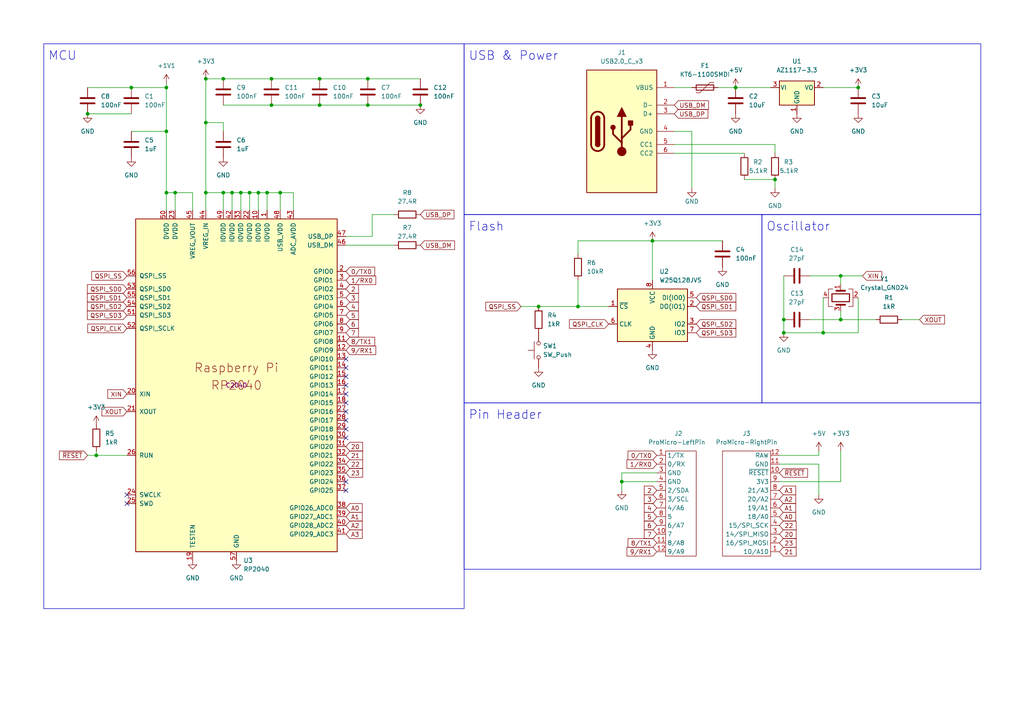
<source format=kicad_sch>
(kicad_sch (version 20231120) (generator "eeschema") (generator_version "8.0")
  (paper "A4")
  (title_block (title "RP-ProMicro") (date "2023-09-17") (rev "2.0.1"))
  (lib_symbols
    (symbol "$74th:ProMicro-LeftPin"
      (property "Reference" "J" (at 0 12.7 0))
      (property "Value" "ProMicro-LeftPin" (at 0 15.24 0))
      (symbol "ProMicro-LeftPin_0_1"
        (rectangle (start -3.81 11.43) (end 5.08 -19.05) (stroke (width 0.1524)))
      )
      (symbol "ProMicro-LeftPin_1_1"
        (pin bidirectional line (at -6.35 10.16 0) (length 2.54) (name "1/TX") (number "1"))
        (pin bidirectional line (at -6.35 -12.7 0) (length 2.54) (name "7") (number "10"))
        (pin bidirectional line (at -6.35 -15.24 0) (length 2.54) (name "8/A8") (number "11"))
        (pin bidirectional line (at -6.35 -17.78 0) (length 2.54) (name "9/A9") (number "12"))
        (pin bidirectional line (at -6.35 7.62 0) (length 2.54) (name "0/RX") (number "2"))
        (pin power_in line (at -6.35 5.08 0) (length 2.54) (name "GND") (number "3"))
        (pin power_in line (at -6.35 2.54 0) (length 2.54) (name "GND") (number "4"))
        (pin bidirectional line (at -6.35 0 0) (length 2.54) (name "2/SDA") (number "5"))
        (pin bidirectional line (at -6.35 -2.54 0) (length 2.54) (name "3/SCL") (number "6"))
        (pin bidirectional line (at -6.35 -5.08 0) (length 2.54) (name "4/A6") (number "7"))
        (pin bidirectional line (at -6.35 -7.62 0) (length 2.54) (name "5") (number "8"))
        (pin bidirectional line (at -6.35 -10.16 0) (length 2.54) (name "6/A7") (number "9"))
      )
    )
    (symbol "$74th:ProMicro-RightPin"
      (property "Reference" "J" (at 0 12.7 0))
      (property "Value" "ProMicro-RightPin" (at 0 15.24 0))
      (symbol "ProMicro-RightPin_0_1"
        (rectangle (start -3.81 11.43) (end 10.16 -19.05) (stroke (width 0.1524)))
      )
      (symbol "ProMicro-RightPin_1_1"
        (pin bidirectional line (at 12.7 -17.78 180) (length 2.54) (name "10/A10") (number "1"))
        (pin input line (at 12.7 5.08 180) (length 2.54) (name "~{RESET}") (number "10"))
        (pin power_in line (at 12.7 7.62 180) (length 2.54) (name "GND") (number "11"))
        (pin power_in line (at 12.7 10.16 180) (length 2.54) (name "RAW") (number "12"))
        (pin bidirectional line (at 12.7 -15.24 180) (length 2.54) (name "16/SPI_MOSI") (number "2"))
        (pin bidirectional line (at 12.7 -12.7 180) (length 2.54) (name "14/SPI_MISO") (number "3"))
        (pin bidirectional line (at 12.7 -10.16 180) (length 2.54) (name "15/SPI_SCK") (number "4"))
        (pin bidirectional line (at 12.7 -7.62 180) (length 2.54) (name "18/A0") (number "5"))
        (pin bidirectional line (at 12.7 -5.08 180) (length 2.54) (name "19/A1") (number "6"))
        (pin bidirectional line (at 12.7 -2.54 180) (length 2.54) (name "20/A2") (number "7"))
        (pin bidirectional line (at 12.7 0 180) (length 2.54) (name "21/A3") (number "8"))
        (pin power_in line (at 12.7 2.54 180) (length 2.54) (name "3V3") (number "9"))
      )
    )
    (symbol "$74th:USB2.0_C_v3" (pin_names (offset 1.016))
      (property "Reference" "J" (at -10.16 19.05 0))
      (property "Value" "USB2.0_C_v3" (at 12.7 19.05 0))
      (symbol "USB2.0_C_v3_0_1"
        (rectangle (start -10.16 17.78) (end 10.16 -17.78) (stroke (width 0.254)) (fill (type background)))
        (arc (start -8.89 -3.81) (mid -6.985 -5.7067) (end -5.08 -3.81) (stroke (width 0.508)))
        (arc (start -7.62 -3.81) (mid -6.985 -4.4423) (end -6.35 -3.81) (stroke (width 0.254)))
        (arc (start -7.62 -3.81) (mid -6.985 -4.4423) (end -6.35 -3.81) (stroke (width 0.254)) (fill (type outline)))
        (rectangle (start -7.62 -3.81) (end -6.35 3.81) (stroke (width 0.254)) (fill (type outline)))
        (arc (start -6.35 3.81) (mid -6.985 4.4423) (end -7.62 3.81) (stroke (width 0.254)))
        (arc (start -6.35 3.81) (mid -6.985 4.4423) (end -7.62 3.81) (stroke (width 0.254)) (fill (type outline)))
        (arc (start -5.08 3.81) (mid -6.985 5.7067) (end -8.89 3.81) (stroke (width 0.508)))
        (circle (center -2.54 1.143) (radius 0.635) (stroke (width 0.254)) (fill (type outline)))
        (circle (center 0 -5.842) (radius 1.27) (fill (type outline)))
        (polyline (pts (xy -8.89 -3.81) (xy -8.89 3.81)) (stroke (width 0.508)))
        (polyline (pts (xy -5.08 3.81) (xy -5.08 -3.81)) (stroke (width 0.508)))
        (polyline (pts (xy 0 -5.842) (xy 0 4.318)) (stroke (width 0.508)))
        (polyline (pts (xy 0 -3.302) (xy -2.54 -0.762) (xy -2.54 0.508)) (stroke (width 0.508)))
        (polyline (pts (xy 0 -2.032) (xy 2.54 0.508) (xy 2.54 1.778)) (stroke (width 0.508)))
        (polyline (pts (xy -1.27 4.318) (xy 0 6.858) (xy 1.27 4.318) (xy -1.27 4.318)) (stroke (width 0.254)) (fill (type outline)))
        (rectangle (start 1.905 1.778) (end 3.175 3.048) (stroke (width 0.254)) (fill (type outline)))
      )
      (symbol "USB2.0_C_v3_1_1"
        (pin power_out line (at 15.24 12.7 180) (length 5.08) (name "VBUS") (number "1"))
        (pin bidirectional line (at 15.24 7.62 180) (length 5.08) (name "D-") (number "2"))
        (pin bidirectional line (at 15.24 5.08 180) (length 5.08) (name "D+") (number "3"))
        (pin power_out line (at 15.24 0 180) (length 5.08) (name "GND") (number "4"))
        (pin bidirectional line (at 15.24 -3.81 180) (length 5.08) (name "CC1") (number "5"))
        (pin bidirectional line (at 15.24 -6.35 180) (length 5.08) (name "CC2") (number "6"))
      )
    )
    (symbol "Device:C" (pin_numbers hide) (pin_names (offset 0.254))
      (property "Reference" "C" (at 0.635 2.54 0))
      (property "Value" "C" (at 0.635 -2.54 0))
      (symbol "C_0_1"
        (polyline (pts (xy -2.032 -0.762) (xy 2.032 -0.762)) (stroke (width 0.508)))
        (polyline (pts (xy -2.032 0.762) (xy 2.032 0.762)) (stroke (width 0.508)))
      )
      (symbol "C_1_1"
        (pin passive line (at 0 3.81 270) (length 2.794) (name "~") (number "1"))
        (pin passive line (at 0 -3.81 90) (length 2.794) (name "~") (number "2"))
      )
    )
    (symbol "Device:Crystal_GND24" (pin_names (offset 1.016) hide)
      (property "Reference" "Y" (at 3.175 5.08 0))
      (property "Value" "Crystal_GND24" (at 3.175 3.175 0))
      (symbol "Crystal_GND24_0_1"
        (rectangle (start -1.143 2.54) (end 1.143 -2.54) (stroke (width 0.3048)))
        (polyline (pts (xy -2.54 0) (xy -2.032 0)))
        (polyline (pts (xy -2.032 -1.27) (xy -2.032 1.27)) (stroke (width 0.508)))
        (polyline (pts (xy 0 -3.81) (xy 0 -3.556)))
        (polyline (pts (xy 0 3.556) (xy 0 3.81)))
        (polyline (pts (xy 2.032 -1.27) (xy 2.032 1.27)) (stroke (width 0.508)))
        (polyline (pts (xy 2.032 0) (xy 2.54 0)))
        (polyline (pts (xy -2.54 -2.286) (xy -2.54 -3.556) (xy 2.54 -3.556) (xy 2.54 -2.286)))
        (polyline (pts (xy -2.54 2.286) (xy -2.54 3.556) (xy 2.54 3.556) (xy 2.54 2.286)))
      )
      (symbol "Crystal_GND24_1_1"
        (pin passive line (at -3.81 0 0) (length 1.27) (name "1") (number "1"))
        (pin passive line (at 0 5.08 270) (length 1.27) (name "2") (number "2"))
        (pin passive line (at 3.81 0 180) (length 1.27) (name "3") (number "3"))
        (pin passive line (at 0 -5.08 90) (length 1.27) (name "4") (number "4"))
      )
    )
    (symbol "Device:Polyfuse" (pin_numbers hide) (pin_names (offset 0))
      (property "Reference" "F" (at -2.54 0 90))
      (property "Value" "Polyfuse" (at 2.54 0 90))
      (symbol "Polyfuse_0_1"
        (rectangle (start -0.762 2.54) (end 0.762 -2.54) (stroke (width 0.254)))
        (polyline (pts (xy 0 2.54) (xy 0 -2.54)))
        (polyline (pts (xy -1.524 2.54) (xy -1.524 1.524) (xy 1.524 -1.524) (xy 1.524 -2.54)))
      )
      (symbol "Polyfuse_1_1"
        (pin passive line (at 0 3.81 270) (length 1.27) (name "~") (number "1"))
        (pin passive line (at 0 -3.81 90) (length 1.27) (name "~") (number "2"))
      )
    )
    (symbol "Device:R" (pin_numbers hide) (pin_names (offset 0))
      (property "Reference" "R" (at 2.032 0 90))
      (property "Value" "R" (at 0 0 90))
      (symbol "R_0_1"
        (rectangle (start -1.016 -2.54) (end 1.016 2.54) (stroke (width 0.254)))
      )
      (symbol "R_1_1"
        (pin passive line (at 0 3.81 270) (length 1.27) (name "~") (number "1"))
        (pin passive line (at 0 -3.81 90) (length 1.27) (name "~") (number "2"))
      )
    )
    (symbol "Memory_Flash:W25Q128JVS"
      (property "Reference" "U" (at -8.89 8.89 0))
      (property "Value" "W25Q128JVS" (at 7.62 8.89 0))
      (symbol "W25Q128JVS_0_1"
        (rectangle (start -10.16 7.62) (end 10.16 -7.62) (stroke (width 0.254)) (fill (type background)))
      )
      (symbol "W25Q128JVS_1_1"
        (pin input line (at -12.7 2.54 0) (length 2.54) (name "~{CS}") (number "1"))
        (pin bidirectional line (at 12.7 2.54 180) (length 2.54) (name "DO(IO1)") (number "2"))
        (pin bidirectional line (at 12.7 -2.54 180) (length 2.54) (name "IO2") (number "3"))
        (pin power_in line (at 0 -10.16 90) (length 2.54) (name "GND") (number "4"))
        (pin bidirectional line (at 12.7 5.08 180) (length 2.54) (name "DI(IO0)") (number "5"))
        (pin input line (at -12.7 -2.54 0) (length 2.54) (name "CLK") (number "6"))
        (pin bidirectional line (at 12.7 -5.08 180) (length 2.54) (name "IO3") (number "7"))
        (pin power_in line (at 0 10.16 270) (length 2.54) (name "VCC") (number "8"))
      )
    )
    (symbol "Regulator_Linear:AZ1117-3.3" (pin_names (offset 0.254))
      (property "Reference" "U" (at -3.81 3.175 0))
      (property "Value" "AZ1117-3.3" (at 0 3.175 0))
      (symbol "AZ1117-3.3_0_1"
        (rectangle (start -5.08 1.905) (end 5.08 -5.08) (stroke (width 0.254)) (fill (type background)))
      )
      (symbol "AZ1117-3.3_1_1"
        (pin power_in line (at 0 -7.62 90) (length 2.54) (name "GND") (number "1"))
        (pin power_out line (at 7.62 0 180) (length 2.54) (name "VO") (number "2"))
        (pin power_in line (at -7.62 0 0) (length 2.54) (name "VI") (number "3"))
      )
    )
    (symbol "Switch:SW_Push" (pin_numbers hide) (pin_names (offset 1.016) hide)
      (property "Reference" "SW" (at 1.27 2.54 0))
      (property "Value" "SW_Push" (at 0 -1.524 0))
      (symbol "SW_Push_0_1"
        (circle (center -2.032 0) (radius 0.508))
        (polyline (pts (xy 0 1.27) (xy 0 3.048)))
        (polyline (pts (xy 2.54 1.27) (xy -2.54 1.27)))
        (circle (center 2.032 0) (radius 0.508))
        (pin passive line (at -5.08 0 0) (length 2.54) (name "1") (number "1"))
        (pin passive line (at 5.08 0 180) (length 2.54) (name "2") (number "2"))
      )
    )
    (symbol "power:+1V1" (power) (pin_names (offset 0))
      (property "Value" "+1V1" (at 0 3.556 0))
      (symbol "+1V1_0_1"
        (polyline (pts (xy -0.762 1.27) (xy 0 2.54)))
        (polyline (pts (xy 0 0) (xy 0 2.54)))
        (polyline (pts (xy 0 2.54) (xy 0.762 1.27)))
      )
      (symbol "+1V1_1_1"
        (pin power_in line (at 0 0 90) (length 0) hide (name "+1V1") (number "1"))
      )
    )
    (symbol "power:+3V3" (power) (pin_names (offset 0))
      (property "Value" "+3V3" (at 0 3.556 0))
      (symbol "+3V3_0_1"
        (polyline (pts (xy -0.762 1.27) (xy 0 2.54)))
        (polyline (pts (xy 0 0) (xy 0 2.54)))
        (polyline (pts (xy 0 2.54) (xy 0.762 1.27)))
      )
      (symbol "+3V3_1_1"
        (pin power_in line (at 0 0 90) (length 0) hide (name "+3V3") (number "1"))
      )
    )
    (symbol "power:+5V" (power) (pin_names (offset 0))
      (property "Value" "+5V" (at 0 3.556 0))
      (symbol "+5V_0_1"
        (polyline (pts (xy -0.762 1.27) (xy 0 2.54)))
        (polyline (pts (xy 0 0) (xy 0 2.54)))
        (polyline (pts (xy 0 2.54) (xy 0.762 1.27)))
      )
      (symbol "+5V_1_1"
        (pin power_in line (at 0 0 90) (length 0) hide (name "+5V") (number "1"))
      )
    )
    (symbol "power:GND" (power) (pin_names (offset 0))
      (property "Value" "GND" (at 0 -3.81 0))
      (symbol "GND_0_1"
        (polyline (pts (xy 0 0) (xy 0 -1.27) (xy 1.27 -1.27) (xy 0 -2.54) (xy -1.27 -1.27) (xy 0 -1.27)))
      )
      (symbol "GND_1_1"
        (pin power_in line (at 0 0 270) (length 0) hide (name "GND") (number "1"))
      )
    )
    (symbol "rp2040-dev-board:RP2040" (pin_names (offset 1.016))
      (property "Reference" "U" (at -29.21 49.53 0))
      (property "Value" "RP2040" (at 24.13 -49.53 0))
      (property "MPN" "C2040" (at 0 0 0))
      (symbol "RP2040_0_0"
        (text "Raspberry Pi" (at 0 5.08 0) (effects (font (size 2.54 2.54))))
        (text "RP2040" (at 0 0 0) (effects (font (size 2.54 2.54))))
      )
      (symbol "RP2040_0_1"
        (rectangle (start 29.21 48.26) (end -29.21 -48.26) (stroke (width 0.254)) (fill (type background)))
      )
      (symbol "RP2040_1_1"
        (pin power_in line (at 8.89 50.8 270) (length 2.54) (name "IOVDD") (number "1"))
        (pin power_in line (at 6.35 50.8 270) (length 2.54) (name "IOVDD") (number "10"))
        (pin bidirectional line (at 31.75 12.7 180) (length 2.54) (name "GPIO8") (number "11"))
        (pin bidirectional line (at 31.75 10.16 180) (length 2.54) (name "GPIO9") (number "12"))
        (pin bidirectional line (at 31.75 7.62 180) (length 2.54) (name "GPIO10") (number "13"))
        (pin bidirectional line (at 31.75 5.08 180) (length 2.54) (name "GPIO11") (number "14"))
        (pin bidirectional line (at 31.75 2.54 180) (length 2.54) (name "GPIO12") (number "15"))
        (pin bidirectional line (at 31.75 0 180) (length 2.54) (name "GPIO13") (number "16"))
        (pin bidirectional line (at 31.75 -2.54 180) (length 2.54) (name "GPIO14") (number "17"))
        (pin bidirectional line (at 31.75 -5.08 180) (length 2.54) (name "GPIO15") (number "18"))
        (pin passive line (at -12.7 -50.8 90) (length 2.54) (name "TESTEN") (number "19"))
        (pin bidirectional line (at 31.75 33.02 180) (length 2.54) (name "GPIO0") (number "2"))
        (pin input line (at -31.75 -2.54 0) (length 2.54) (name "XIN") (number "20"))
        (pin passive line (at -31.75 -7.62 0) (length 2.54) (name "XOUT") (number "21"))
        (pin power_in line (at 3.81 50.8 270) (length 2.54) (name "IOVDD") (number "22"))
        (pin power_in line (at -17.78 50.8 270) (length 2.54) (name "DVDD") (number "23"))
        (pin output line (at -31.75 -31.75 0) (length 2.54) (name "SWCLK") (number "24"))
        (pin bidirectional line (at -31.75 -34.29 0) (length 2.54) (name "SWD") (number "25"))
        (pin input line (at -31.75 -20.32 0) (length 2.54) (name "RUN") (number "26"))
        (pin bidirectional line (at 31.75 -7.62 180) (length 2.54) (name "GPIO16") (number "27"))
        (pin bidirectional line (at 31.75 -10.16 180) (length 2.54) (name "GPIO17") (number "28"))
        (pin bidirectional line (at 31.75 -12.7 180) (length 2.54) (name "GPIO18") (number "29"))
        (pin bidirectional line (at 31.75 30.48 180) (length 2.54) (name "GPIO1") (number "3"))
        (pin bidirectional line (at 31.75 -15.24 180) (length 2.54) (name "GPIO19") (number "30"))
        (pin bidirectional line (at 31.75 -17.78 180) (length 2.54) (name "GPIO20") (number "31"))
        (pin bidirectional line (at 31.75 -20.32 180) (length 2.54) (name "GPIO21") (number "32"))
        (pin power_in line (at 1.27 50.8 270) (length 2.54) (name "IOVDD") (number "33"))
        (pin bidirectional line (at 31.75 -22.86 180) (length 2.54) (name "GPIO22") (number "34"))
        (pin bidirectional line (at 31.75 -25.4 180) (length 2.54) (name "GPIO23") (number "35"))
        (pin bidirectional line (at 31.75 -27.94 180) (length 2.54) (name "GPIO24") (number "36"))
        (pin bidirectional line (at 31.75 -30.48 180) (length 2.54) (name "GPIO25") (number "37"))
        (pin bidirectional line (at 31.75 -35.56 180) (length 2.54) (name "GPIO26_ADC0") (number "38"))
        (pin bidirectional line (at 31.75 -38.1 180) (length 2.54) (name "GPIO27_ADC1") (number "39"))
        (pin bidirectional line (at 31.75 27.94 180) (length 2.54) (name "GPIO2") (number "4"))
        (pin bidirectional line (at 31.75 -40.64 180) (length 2.54) (name "GPIO28_ADC2") (number "40"))
        (pin bidirectional line (at 31.75 -43.18 180) (length 2.54) (name "GPIO29_ADC3") (number "41"))
        (pin power_in line (at -1.27 50.8 270) (length 2.54) (name "IOVDD") (number "42"))
        (pin power_in line (at 16.51 50.8 270) (length 2.54) (name "ADC_AVDD") (number "43"))
        (pin power_in line (at -8.89 50.8 270) (length 2.54) (name "VREG_IN") (number "44"))
        (pin power_out line (at -12.7 50.8 270) (length 2.54) (name "VREG_VOUT") (number "45"))
        (pin bidirectional line (at 31.75 40.64 180) (length 2.54) (name "USB_DM") (number "46"))
        (pin bidirectional line (at 31.75 43.18 180) (length 2.54) (name "USB_DP") (number "47"))
        (pin power_in line (at 12.7 50.8 270) (length 2.54) (name "USB_VDD") (number "48"))
        (pin power_in line (at -3.81 50.8 270) (length 2.54) (name "IOVDD") (number "49"))
        (pin bidirectional line (at 31.75 25.4 180) (length 2.54) (name "GPIO3") (number "5"))
        (pin power_in line (at -20.32 50.8 270) (length 2.54) (name "DVDD") (number "50"))
        (pin bidirectional line (at -31.75 20.32 0) (length 2.54) (name "QSPI_SD3") (number "51"))
        (pin output line (at -31.75 16.51 0) (length 2.54) (name "QSPI_SCLK") (number "52"))
        (pin bidirectional line (at -31.75 27.94 0) (length 2.54) (name "QSPI_SD0") (number "53"))
        (pin bidirectional line (at -31.75 22.86 0) (length 2.54) (name "QSPI_SD2") (number "54"))
        (pin bidirectional line (at -31.75 25.4 0) (length 2.54) (name "QSPI_SD1") (number "55"))
        (pin bidirectional line (at -31.75 31.75 0) (length 2.54) (name "QSPI_SS") (number "56"))
        (pin power_in line (at 0 -50.8 90) (length 2.54) (name "GND") (number "57"))
        (pin bidirectional line (at 31.75 22.86 180) (length 2.54) (name "GPIO4") (number "6"))
        (pin bidirectional line (at 31.75 20.32 180) (length 2.54) (name "GPIO5") (number "7"))
        (pin bidirectional line (at 31.75 17.78 180) (length 2.54) (name "GPIO6") (number "8"))
        (pin bidirectional line (at 31.75 15.24 180) (length 2.54) (name "GPIO7") (number "9"))
      )
    )
  )
  (junction (at 167.64 88.9))
  (junction (at 243.84 80.01))
  (junction (at 48.26 25.4))
  (junction (at 156.21 88.9))
  (junction (at 92.71 30.48))
  (junction (at 121.92 30.48))
  (junction (at 69.85 55.88))
  (junction (at 67.31 55.88))
  (junction (at 189.23 69.85))
  (junction (at 78.74 30.48))
  (junction (at 59.69 35.56))
  (junction (at 64.77 55.88))
  (junction (at 106.68 30.48))
  (junction (at 48.26 38.1))
  (junction (at 77.47 55.88))
  (junction (at 59.69 22.86))
  (junction (at 50.8 55.88))
  (junction (at 48.26 55.88))
  (junction (at 59.69 55.88))
  (junction (at 180.34 139.7))
  (junction (at 92.71 22.86))
  (junction (at 248.92 25.4))
  (junction (at 72.39 55.88))
  (junction (at 78.74 22.86))
  (junction (at 81.28 55.88))
  (junction (at 25.4 33.02))
  (junction (at 227.33 96.52))
  (junction (at 64.77 22.86))
  (junction (at 227.33 92.71))
  (junction (at 106.68 22.86))
  (junction (at 224.79 52.07))
  (junction (at 243.84 92.71))
  (junction (at 74.93 55.88))
  (junction (at 213.36 25.4))
  (junction (at 27.94 132.08))
  (junction (at 38.1 25.4))
  (junction (at 238.76 96.52))
  (no_connect (at 100.33 116.84))
  (no_connect (at 100.33 114.3))
  (no_connect (at 100.33 111.76))
  (no_connect (at 100.33 109.22))
  (no_connect (at 100.33 106.68))
  (no_connect (at 100.33 142.24))
  (no_connect (at 100.33 104.14))
  (no_connect (at 100.33 139.7))
  (no_connect (at 100.33 127))
  (no_connect (at 100.33 124.46))
  (no_connect (at 100.33 121.92))
  (no_connect (at 100.33 119.38))
  (no_connect (at 36.83 146.05))
  (no_connect (at 36.83 143.51))
  (wire (pts (xy 25.4 25.4) (xy 38.1 25.4)))
  (wire (pts (xy 67.31 55.88) (xy 67.31 60.96)))
  (wire (pts (xy 77.47 55.88) (xy 77.47 60.96)))
  (wire (pts (xy 180.34 139.7) (xy 180.34 137.16)))
  (wire (pts (xy 208.28 25.4) (xy 213.36 25.4)))
  (wire (pts (xy 237.49 130.81) (xy 237.49 132.08)))
  (wire (pts (xy 238.76 96.52) (xy 227.33 96.52)))
  (wire (pts (xy 107.95 68.58) (xy 107.95 62.23)))
  (wire (pts (xy 224.79 41.91) (xy 224.79 44.45)))
  (wire (pts (xy 64.77 60.96) (xy 64.77 55.88)))
  (wire (pts (xy 59.69 35.56) (xy 64.77 35.56)))
  (wire (pts (xy 27.94 130.81) (xy 27.94 132.08)))
  (wire (pts (xy 92.71 30.48) (xy 78.74 30.48)))
  (wire (pts (xy 48.26 55.88) (xy 48.26 60.96)))
  (wire (pts (xy 237.49 134.62) (xy 226.06 134.62)))
  (wire (pts (xy 38.1 38.1) (xy 48.26 38.1)))
  (wire (pts (xy 195.58 41.91) (xy 224.79 41.91)))
  (wire (pts (xy 72.39 55.88) (xy 72.39 60.96)))
  (wire (pts (xy 238.76 25.4) (xy 248.92 25.4)))
  (wire (pts (xy 25.4 33.02) (xy 38.1 33.02)))
  (wire (pts (xy 243.84 80.01) (xy 250.19 80.01)))
  (wire (pts (xy 107.95 62.23) (xy 114.3 62.23)))
  (wire (pts (xy 25.4 132.08) (xy 27.94 132.08)))
  (wire (pts (xy 180.34 139.7) (xy 190.5 139.7)))
  (wire (pts (xy 234.95 92.71) (xy 243.84 92.71)))
  (wire (pts (xy 69.85 55.88) (xy 72.39 55.88)))
  (wire (pts (xy 167.64 88.9) (xy 176.53 88.9)))
  (wire (pts (xy 238.76 86.36) (xy 238.76 96.52)))
  (wire (pts (xy 48.26 25.4) (xy 48.26 38.1)))
  (wire (pts (xy 248.92 86.36) (xy 248.92 96.52)))
  (wire (pts (xy 248.92 96.52) (xy 238.76 96.52)))
  (wire (pts (xy 180.34 142.24) (xy 180.34 139.7)))
  (wire (pts (xy 234.95 80.01) (xy 243.84 80.01)))
  (wire (pts (xy 50.8 55.88) (xy 50.8 60.96)))
  (wire (pts (xy 106.68 30.48) (xy 92.71 30.48)))
  (wire (pts (xy 67.31 55.88) (xy 69.85 55.88)))
  (wire (pts (xy 50.8 55.88) (xy 55.88 55.88)))
  (wire (pts (xy 81.28 55.88) (xy 85.09 55.88)))
  (wire (pts (xy 243.84 92.71) (xy 243.84 90.17)))
  (wire (pts (xy 27.94 132.08) (xy 36.83 132.08)))
  (wire (pts (xy 64.77 35.56) (xy 64.77 38.1)))
  (wire (pts (xy 106.68 22.86) (xy 92.71 22.86)))
  (wire (pts (xy 48.26 55.88) (xy 50.8 55.88)))
  (wire (pts (xy 237.49 132.08) (xy 226.06 132.08)))
  (wire (pts (xy 59.69 22.86) (xy 59.69 35.56)))
  (wire (pts (xy 237.49 143.51) (xy 237.49 134.62)))
  (wire (pts (xy 243.84 92.71) (xy 254 92.71)))
  (wire (pts (xy 243.84 82.55) (xy 243.84 80.01)))
  (wire (pts (xy 200.66 38.1) (xy 200.66 54.61)))
  (wire (pts (xy 189.23 69.85) (xy 189.23 81.28)))
  (wire (pts (xy 215.9 52.07) (xy 224.79 52.07)))
  (wire (pts (xy 167.64 69.85) (xy 167.64 73.66)))
  (wire (pts (xy 189.23 69.85) (xy 209.55 69.85)))
  (wire (pts (xy 74.93 55.88) (xy 74.93 60.96)))
  (wire (pts (xy 59.69 35.56) (xy 59.69 55.88)))
  (wire (pts (xy 156.21 88.9) (xy 167.64 88.9)))
  (wire (pts (xy 77.47 55.88) (xy 81.28 55.88)))
  (wire (pts (xy 195.58 38.1) (xy 200.66 38.1)))
  (wire (pts (xy 243.84 130.81) (xy 243.84 139.7)))
  (wire (pts (xy 261.62 92.71) (xy 266.7 92.71)))
  (wire (pts (xy 81.28 55.88) (xy 81.28 60.96)))
  (wire (pts (xy 195.58 44.45) (xy 215.9 44.45)))
  (wire (pts (xy 72.39 55.88) (xy 74.93 55.88)))
  (wire (pts (xy 227.33 92.71) (xy 227.33 96.52)))
  (wire (pts (xy 121.92 30.48) (xy 106.68 30.48)))
  (wire (pts (xy 85.09 60.96) (xy 85.09 55.88)))
  (wire (pts (xy 78.74 22.86) (xy 64.77 22.86)))
  (wire (pts (xy 59.69 55.88) (xy 64.77 55.88)))
  (wire (pts (xy 59.69 22.86) (xy 64.77 22.86)))
  (wire (pts (xy 74.93 55.88) (xy 77.47 55.88)))
  (wire (pts (xy 48.26 38.1) (xy 48.26 55.88)))
  (wire (pts (xy 151.13 88.9) (xy 156.21 88.9)))
  (wire (pts (xy 48.26 24.13) (xy 48.26 25.4)))
  (wire (pts (xy 78.74 30.48) (xy 64.77 30.48)))
  (wire (pts (xy 195.58 25.4) (xy 200.66 25.4)))
  (wire (pts (xy 64.77 55.88) (xy 67.31 55.88)))
  (wire (pts (xy 69.85 55.88) (xy 69.85 60.96)))
  (wire (pts (xy 189.23 69.85) (xy 167.64 69.85)))
  (wire (pts (xy 38.1 25.4) (xy 48.26 25.4)))
  (wire (pts (xy 59.69 55.88) (xy 59.69 60.96)))
  (wire (pts (xy 92.71 22.86) (xy 78.74 22.86)))
  (wire (pts (xy 213.36 25.4) (xy 223.52 25.4)))
  (wire (pts (xy 180.34 137.16) (xy 190.5 137.16)))
  (wire (pts (xy 243.84 139.7) (xy 226.06 139.7)))
  (wire (pts (xy 100.33 71.12) (xy 114.3 71.12)))
  (wire (pts (xy 167.64 81.28) (xy 167.64 88.9)))
  (wire (pts (xy 55.88 55.88) (xy 55.88 60.96)))
  (wire (pts (xy 100.33 68.58) (xy 107.95 68.58)))
  (wire (pts (xy 121.92 22.86) (xy 106.68 22.86)))
  (wire (pts (xy 227.33 80.01) (xy 227.33 92.71)))
  (wire (pts (xy 224.79 52.07) (xy 224.79 54.61)))
  (rectangle (start 12.7 12.7) (end 134.62 176.53))
  (rectangle (start 134.62 62.23) (end 220.98 116.84))
  (rectangle (start 134.62 12.7) (end 284.48 62.23))
  (rectangle (start 220.98 62.23) (end 284.48 116.84))
  (rectangle (start 134.62 116.84) (end 284.48 165.1))
  (text "Pin Header" (at 135.89 121.92 0) (effects (font (size 2.54 2.54)) (justify left bottom)))
  (text "Flash" (at 135.89 67.31 0) (effects (font (size 2.54 2.54)) (justify left bottom)))
  (text "MCU" (at 13.97 17.78 0) (effects (font (size 2.54 2.54)) (justify left bottom)))
  (text "Oscillator" (at 222.25 67.31 0) (effects (font (size 2.54 2.54)) (justify left bottom)))
  (text "USB & Power" (at 135.89 17.78 0) (effects (font (size 2.54 2.54)) (justify left bottom)))
  (global_label "2" (shape input) (at 100.33 83.82 0) (property "Intersheetrefs" "${INTERSHEET_REFS}" (effects (hide yes))) (property "シート間のリファレンス" "${INTERSHEET_REFS}" (effects (hide yes))))
  (global_label "7" (shape input) (at 190.5 154.94 180) (property "Intersheetrefs" "${INTERSHEET_REFS}" (effects (hide yes))) (property "シート間のリファレンス" "${INTERSHEET_REFS}" (effects (hide yes))))
  (global_label "1{slash}RX0" (shape input) (at 190.5 134.62 180) (property "Intersheetrefs" "${INTERSHEET_REFS}" (effects (hide yes))) (property "シート間のリファレンス" "${INTERSHEET_REFS}" (effects (hide yes))))
  (global_label "4" (shape input) (at 100.33 88.9 0) (property "Intersheetrefs" "${INTERSHEET_REFS}" (effects (hide yes))) (property "シート間のリファレンス" "${INTERSHEET_REFS}" (effects (hide yes))))
  (global_label "8{slash}TX1" (shape input) (at 190.5 157.48 180) (property "Intersheetrefs" "${INTERSHEET_REFS}" (effects (hide yes))) (property "シート間のリファレンス" "${INTERSHEET_REFS}" (effects (hide yes))))
  (global_label "9{slash}RX1" (shape input) (at 100.33 101.6 0) (property "Intersheetrefs" "${INTERSHEET_REFS}" (effects (hide yes))) (property "シート間のリファレンス" "${INTERSHEET_REFS}" (effects (hide yes))))
  (global_label "0{slash}TX0" (shape input) (at 190.5 132.08 180) (property "Intersheetrefs" "${INTERSHEET_REFS}" (effects (hide yes))) (property "シート間のリファレンス" "${INTERSHEET_REFS}" (effects (hide yes))))
  (global_label "23" (shape input) (at 226.06 157.48 0) (property "Intersheetrefs" "${INTERSHEET_REFS}" (effects (hide yes))) (property "シート間のリファレンス" "${INTERSHEET_REFS}" (effects (hide yes))))
  (global_label "QSPI_SD0" (shape input) (at 36.83 83.82 180) (property "Intersheetrefs" "${INTERSHEET_REFS}" (effects (hide yes))) (property "シート間のリファレンス" "${INTERSHEET_REFS}" (effects (hide yes))))
  (global_label "XIN" (shape input) (at 250.19 80.01 0) (property "Intersheetrefs" "${INTERSHEET_REFS}" (effects (hide yes))) (property "シート間のリファレンス" "${INTERSHEET_REFS}" (effects (hide yes))))
  (global_label "~{RESET}" (shape input) (at 226.06 137.16 0) (property "Intersheetrefs" "${INTERSHEET_REFS}" (effects (hide yes))) (property "シート間のリファレンス" "${INTERSHEET_REFS}" (effects (hide yes))))
  (global_label "QSPI_SD3" (shape input) (at 201.93 96.52 0) (property "Intersheetrefs" "${INTERSHEET_REFS}" (effects (hide yes))) (property "シート間のリファレンス" "${INTERSHEET_REFS}" (effects (hide yes))))
  (global_label "XOUT" (shape input) (at 36.83 119.38 180) (property "Intersheetrefs" "${INTERSHEET_REFS}" (effects (hide yes))) (property "シート間のリファレンス" "${INTERSHEET_REFS}" (effects (hide yes))))
  (global_label "XOUT" (shape input) (at 266.7 92.71 0) (property "Intersheetrefs" "${INTERSHEET_REFS}" (effects (hide yes))) (property "シート間のリファレンス" "${INTERSHEET_REFS}" (effects (hide yes))))
  (global_label "QSPI_CLK" (shape input) (at 36.83 95.25 180) (property "Intersheetrefs" "${INTERSHEET_REFS}" (effects (hide yes))) (property "シート間のリファレンス" "${INTERSHEET_REFS}" (effects (hide yes))))
  (global_label "A0" (shape input) (at 100.33 147.32 0) (property "Intersheetrefs" "${INTERSHEET_REFS}" (effects (hide yes))) (property "シート間のリファレンス" "${INTERSHEET_REFS}" (effects (hide yes))))
  (global_label "A2" (shape input) (at 226.06 144.78 0) (property "Intersheetrefs" "${INTERSHEET_REFS}" (effects (hide yes))) (property "シート間のリファレンス" "${INTERSHEET_REFS}" (effects (hide yes))))
  (global_label "3" (shape input) (at 100.33 86.36 0) (property "Intersheetrefs" "${INTERSHEET_REFS}" (effects (hide yes))) (property "シート間のリファレンス" "${INTERSHEET_REFS}" (effects (hide yes))))
  (global_label "0{slash}TX0" (shape input) (at 100.33 78.74 0) (property "Intersheetrefs" "${INTERSHEET_REFS}" (effects (hide yes))) (property "シート間のリファレンス" "${INTERSHEET_REFS}" (effects (hide yes))))
  (global_label "21" (shape input) (at 226.06 160.02 0) (property "Intersheetrefs" "${INTERSHEET_REFS}" (effects (hide yes))) (property "シート間のリファレンス" "${INTERSHEET_REFS}" (effects (hide yes))))
  (global_label "A0" (shape input) (at 226.06 149.86 0) (property "Intersheetrefs" "${INTERSHEET_REFS}" (effects (hide yes))) (property "シート間のリファレンス" "${INTERSHEET_REFS}" (effects (hide yes))))
  (global_label "6" (shape input) (at 190.5 152.4 180) (property "Intersheetrefs" "${INTERSHEET_REFS}" (effects (hide yes))) (property "シート間のリファレンス" "${INTERSHEET_REFS}" (effects (hide yes))))
  (global_label "USB_DM" (shape input) (at 121.92 71.12 0) (property "Intersheetrefs" "${INTERSHEET_REFS}" (effects (hide yes))) (property "シート間のリファレンス" "${INTERSHEET_REFS}" (effects (hide yes))))
  (global_label "8{slash}TX1" (shape input) (at 100.33 99.06 0) (property "Intersheetrefs" "${INTERSHEET_REFS}" (effects (hide yes))) (property "シート間のリファレンス" "${INTERSHEET_REFS}" (effects (hide yes))))
  (global_label "QSPI_SD2" (shape input) (at 201.93 93.98 0) (property "Intersheetrefs" "${INTERSHEET_REFS}" (effects (hide yes))) (property "シート間のリファレンス" "${INTERSHEET_REFS}" (effects (hide yes))))
  (global_label "22" (shape input) (at 226.06 152.4 0) (property "Intersheetrefs" "${INTERSHEET_REFS}" (effects (hide yes))) (property "シート間のリファレンス" "${INTERSHEET_REFS}" (effects (hide yes))))
  (global_label "XIN" (shape input) (at 36.83 114.3 180) (property "Intersheetrefs" "${INTERSHEET_REFS}" (effects (hide yes))) (property "シート間のリファレンス" "${INTERSHEET_REFS}" (effects (hide yes))))
  (global_label "20" (shape input) (at 100.33 129.54 0) (property "Intersheetrefs" "${INTERSHEET_REFS}" (effects (hide yes))) (property "シート間のリファレンス" "${INTERSHEET_REFS}" (effects (hide yes))))
  (global_label "QSPI_SD1" (shape input) (at 36.83 86.36 180) (property "Intersheetrefs" "${INTERSHEET_REFS}" (effects (hide yes))) (property "シート間のリファレンス" "${INTERSHEET_REFS}" (effects (hide yes))))
  (global_label "A3" (shape input) (at 226.06 142.24 0) (property "Intersheetrefs" "${INTERSHEET_REFS}" (effects (hide yes))) (property "シート間のリファレンス" "${INTERSHEET_REFS}" (effects (hide yes))))
  (global_label "QSPI_CLK" (shape input) (at 176.53 93.98 180) (property "Intersheetrefs" "${INTERSHEET_REFS}" (effects (hide yes))) (property "シート間のリファレンス" "${INTERSHEET_REFS}" (effects (hide yes))))
  (global_label "4" (shape input) (at 190.5 147.32 180) (property "Intersheetrefs" "${INTERSHEET_REFS}" (effects (hide yes))) (property "シート間のリファレンス" "${INTERSHEET_REFS}" (effects (hide yes))))
  (global_label "A2" (shape input) (at 100.33 152.4 0) (property "Intersheetrefs" "${INTERSHEET_REFS}" (effects (hide yes))) (property "シート間のリファレンス" "${INTERSHEET_REFS}" (effects (hide yes))))
  (global_label "5" (shape input) (at 190.5 149.86 180) (property "Intersheetrefs" "${INTERSHEET_REFS}" (effects (hide yes))) (property "シート間のリファレンス" "${INTERSHEET_REFS}" (effects (hide yes))))
  (global_label "2" (shape input) (at 190.5 142.24 180) (property "Intersheetrefs" "${INTERSHEET_REFS}" (effects (hide yes))) (property "シート間のリファレンス" "${INTERSHEET_REFS}" (effects (hide yes))))
  (global_label "23" (shape input) (at 100.33 137.16 0) (property "Intersheetrefs" "${INTERSHEET_REFS}" (effects (hide yes))) (property "シート間のリファレンス" "${INTERSHEET_REFS}" (effects (hide yes))))
  (global_label "A1" (shape input) (at 226.06 147.32 0) (property "Intersheetrefs" "${INTERSHEET_REFS}" (effects (hide yes))) (property "シート間のリファレンス" "${INTERSHEET_REFS}" (effects (hide yes))))
  (global_label "9{slash}RX1" (shape input) (at 190.5 160.02 180) (property "Intersheetrefs" "${INTERSHEET_REFS}" (effects (hide yes))) (property "シート間のリファレンス" "${INTERSHEET_REFS}" (effects (hide yes))))
  (global_label "~{RESET}" (shape input) (at 25.4 132.08 180) (property "Intersheetrefs" "${INTERSHEET_REFS}" (effects (hide yes))) (property "シート間のリファレンス" "${INTERSHEET_REFS}" (effects (hide yes))))
  (global_label "3" (shape input) (at 190.5 144.78 180) (property "Intersheetrefs" "${INTERSHEET_REFS}" (effects (hide yes))) (property "シート間のリファレンス" "${INTERSHEET_REFS}" (effects (hide yes))))
  (global_label "6" (shape input) (at 100.33 93.98 0) (property "Intersheetrefs" "${INTERSHEET_REFS}" (effects (hide yes))) (property "シート間のリファレンス" "${INTERSHEET_REFS}" (effects (hide yes))))
  (global_label "QSPI_SD2" (shape input) (at 36.83 88.9 180) (property "Intersheetrefs" "${INTERSHEET_REFS}" (effects (hide yes))) (property "シート間のリファレンス" "${INTERSHEET_REFS}" (effects (hide yes))))
  (global_label "USB_DM" (shape input) (at 195.58 30.48 0) (property "Intersheetrefs" "${INTERSHEET_REFS}" (effects (hide yes))) (property "シート間のリファレンス" "${INTERSHEET_REFS}" (effects (hide yes))))
  (global_label "QSPI_SS" (shape input) (at 36.83 80.01 180) (property "Intersheetrefs" "${INTERSHEET_REFS}" (effects (hide yes))) (property "シート間のリファレンス" "${INTERSHEET_REFS}" (effects (hide yes))))
  (global_label "A1" (shape input) (at 100.33 149.86 0) (property "Intersheetrefs" "${INTERSHEET_REFS}" (effects (hide yes))) (property "シート間のリファレンス" "${INTERSHEET_REFS}" (effects (hide yes))))
  (global_label "22" (shape input) (at 100.33 134.62 0) (property "Intersheetrefs" "${INTERSHEET_REFS}" (effects (hide yes))) (property "シート間のリファレンス" "${INTERSHEET_REFS}" (effects (hide yes))))
  (global_label "QSPI_SS" (shape input) (at 151.13 88.9 180) (property "Intersheetrefs" "${INTERSHEET_REFS}" (effects (hide yes))) (property "シート間のリファレンス" "${INTERSHEET_REFS}" (effects (hide yes))))
  (global_label "USB_DP" (shape input) (at 195.58 33.02 0) (property "Intersheetrefs" "${INTERSHEET_REFS}" (effects (hide yes))) (property "シート間のリファレンス" "${INTERSHEET_REFS}" (effects (hide yes))))
  (global_label "QSPI_SD1" (shape input) (at 201.93 88.9 0) (property "Intersheetrefs" "${INTERSHEET_REFS}" (effects (hide yes))) (property "シート間のリファレンス" "${INTERSHEET_REFS}" (effects (hide yes))))
  (global_label "20" (shape input) (at 226.06 154.94 0) (property "Intersheetrefs" "${INTERSHEET_REFS}" (effects (hide yes))) (property "シート間のリファレンス" "${INTERSHEET_REFS}" (effects (hide yes))))
  (global_label "1{slash}RX0" (shape input) (at 100.33 81.28 0) (property "Intersheetrefs" "${INTERSHEET_REFS}" (effects (hide yes))) (property "シート間のリファレンス" "${INTERSHEET_REFS}" (effects (hide yes))))
  (global_label "QSPI_SD0" (shape input) (at 201.93 86.36 0) (property "Intersheetrefs" "${INTERSHEET_REFS}" (effects (hide yes))) (property "シート間のリファレンス" "${INTERSHEET_REFS}" (effects (hide yes))))
  (global_label "A3" (shape input) (at 100.33 154.94 0) (property "Intersheetrefs" "${INTERSHEET_REFS}" (effects (hide yes))) (property "シート間のリファレンス" "${INTERSHEET_REFS}" (effects (hide yes))))
  (global_label "5" (shape input) (at 100.33 91.44 0) (property "Intersheetrefs" "${INTERSHEET_REFS}" (effects (hide yes))) (property "シート間のリファレンス" "${INTERSHEET_REFS}" (effects (hide yes))))
  (global_label "7" (shape input) (at 100.33 96.52 0) (property "Intersheetrefs" "${INTERSHEET_REFS}" (effects (hide yes))) (property "シート間のリファレンス" "${INTERSHEET_REFS}" (effects (hide yes))))
  (global_label "QSPI_SD3" (shape input) (at 36.83 91.44 180) (property "Intersheetrefs" "${INTERSHEET_REFS}" (effects (hide yes))) (property "シート間のリファレンス" "${INTERSHEET_REFS}" (effects (hide yes))))
  (global_label "USB_DP" (shape input) (at 121.92 62.23 0) (property "Intersheetrefs" "${INTERSHEET_REFS}" (effects (hide yes))) (property "シート間のリファレンス" "${INTERSHEET_REFS}" (effects (hide yes))))
  (global_label "21" (shape input) (at 100.33 132.08 0) (property "Intersheetrefs" "${INTERSHEET_REFS}" (effects (hide yes))) (property "シート間のリファレンス" "${INTERSHEET_REFS}" (effects (hide yes))))
  (symbol (lib_id "Device:Crystal_GND24") (at 243.84 86.36 270) (unit 1)
    (property "Reference" "Y1" (at 256.54 80.8988 90))
    (property "Value" "Crystal_GND24" (at 256.54 83.4388 90))
    (property "Footprint" "rp2040-dev-board:Crystal_SMD_3225-4Pin_3.2x2.5mm_HandSoldering" (effects (hide yes)))
  )
  (symbol (lib_id "$74th:ProMicro-LeftPin") (at 196.85 142.24 0) (unit 1)
    (property "Reference" "J2" (at 195.58 125.73 0) (effects (justify left)))
    (property "Value" "ProMicro-LeftPin" (at 187.96 128.27 0) (effects (justify left)))
    (property "Footprint" "$74th:ProMicro_LIKE_LEFT" (effects (hide yes)))
  )
  (symbol (lib_id "Device:Polyfuse") (at 204.47 25.4 90) (unit 1)
    (property "Reference" "F1" (at 204.47 19.05 90))
    (property "Value" "KT6-1100SMDI" (at 204.47 21.59 90))
    (property "Footprint" "$74th:ResettableFuse_KT6-1100SMDI" (effects (hide yes)))
  )
  (symbol (lib_id "power:GND") (at 121.92 30.48 0) (unit 1)
    (property "Reference" "#PWR011" (effects (hide yes)))
    (property "Value" "GND" (at 121.92 35.56 0))
  )
  (symbol (lib_id "power:+3V3") (at 248.92 25.4 0) (unit 1)
    (property "Reference" "#PWR020" (effects (hide yes)))
    (property "Value" "+3V3" (at 248.92 20.32 0))
  )
  (symbol (lib_id "power:GND") (at 38.1 45.72 0) (unit 1)
    (property "Reference" "#PWR03" (effects (hide yes)))
    (property "Value" "GND" (at 38.1 50.8 0))
  )
  (symbol (lib_id "Device:C") (at 213.36 29.21 0) (unit 1)
    (property "Reference" "C2" (at 217.17 27.9399 0) (effects (justify left)))
    (property "Value" "10uF" (at 217.17 30.4799 0) (effects (justify left)))
    (property "Footprint" "rp2040-dev-board:Capacitor_0805_2012" (effects (hide yes)))
  )
  (symbol (lib_id "power:GND") (at 248.92 33.02 0) (unit 1)
    (property "Reference" "#PWR021" (effects (hide yes)))
    (property "Value" "GND" (at 248.92 38.1 0))
  )
  (symbol (lib_id "Memory_Flash:W25Q128JVS") (at 189.23 91.44 0) (unit 1)
    (property "Reference" "U2" (at 191.2494 78.74 0) (effects (justify left)))
    (property "Value" "W25Q128JVS" (at 191.2494 81.28 0) (effects (justify left)))
    (property "Footprint" "$74th:W25Q16-128JV-SOIC" (effects (hide yes)))
    (property "Datasheet" "http://www.winbond.com/resource-files/w25q128jv_dtr%20revc%2003272018%20plus.pdf" (effects (hide yes)))
  )
  (symbol (lib_id "Switch:SW_Push") (at 156.21 101.6 90) (unit 1)
    (property "Reference" "SW1" (at 157.48 100.3299 90) (effects (justify right)))
    (property "Value" "SW_Push" (at 157.48 102.8699 90) (effects (justify right)))
    (property "Footprint" "rp2040-dev-board:SKRPABE010" (effects (hide yes)))
  )
  (symbol (lib_id "power:GND") (at 213.36 33.02 0) (unit 1)
    (property "Reference" "#PWR018" (effects (hide yes)))
    (property "Value" "GND" (at 213.36 38.1 0))
  )
  (symbol (lib_id "Device:R") (at 118.11 62.23 90) (unit 1)
    (property "Reference" "R8" (at 118.11 55.88 90))
    (property "Value" "27.4R" (at 118.11 58.42 90))
    (property "Footprint" "rp2040-dev-board:Register_0805_2012" (effects (hide yes)))
  )
  (symbol (lib_id "Device:R") (at 118.11 71.12 90) (unit 1)
    (property "Reference" "R7" (at 118.11 66.04 90))
    (property "Value" "27.4R" (at 118.11 68.58 90))
    (property "Footprint" "rp2040-dev-board:Register_0805_2012" (effects (hide yes)))
  )
  (symbol (lib_id "power:+5V") (at 213.36 25.4 0) (unit 1)
    (property "Reference" "#PWR09" (effects (hide yes)))
    (property "Value" "+5V" (at 213.36 20.32 0))
  )
  (symbol (lib_id "Device:R") (at 224.79 48.26 0) (unit 1)
    (property "Reference" "R3" (at 227.33 46.9899 0) (effects (justify left)))
    (property "Value" "5.1kR" (at 226.06 49.53 0) (effects (justify left)))
    (property "Footprint" "rp2040-dev-board:Register_0805_2012" (effects (hide yes)))
  )
  (symbol (lib_id "power:+5V") (at 237.49 130.81 0) (unit 1)
    (property "Reference" "#PWR0102" (effects (hide yes)))
    (property "Value" "+5V" (at 237.49 125.73 0))
  )
  (symbol (lib_id "Device:R") (at 257.81 92.71 270) (unit 1)
    (property "Reference" "R1" (at 257.81 86.36 90))
    (property "Value" "1kR" (at 257.81 88.9 90))
    (property "Footprint" "rp2040-dev-board:Register_0805_2012" (effects (hide yes)))
  )
  (symbol (lib_id "power:GND") (at 224.79 54.61 0) (unit 1)
    (property "Reference" "#PWR017" (effects (hide yes)))
    (property "Value" "GND" (at 224.79 59.69 0))
  )
  (symbol (lib_id "Device:C") (at 64.77 41.91 0) (unit 1)
    (property "Reference" "C6" (at 68.58 40.6399 0) (effects (justify left)))
    (property "Value" "1uF" (at 68.58 43.1799 0) (effects (justify left)))
    (property "Footprint" "rp2040-dev-board:Capacitor_0805_2012" (effects (hide yes)))
  )
  (symbol (lib_id "Device:C") (at 248.92 29.21 0) (unit 1)
    (property "Reference" "C3" (at 252.73 27.9399 0) (effects (justify left)))
    (property "Value" "10uF" (at 252.73 30.4799 0) (effects (justify left)))
    (property "Footprint" "rp2040-dev-board:Capacitor_0805_2012" (effects (hide yes)))
  )
  (symbol (lib_id "Device:R") (at 167.64 77.47 180) (unit 1)
    (property "Reference" "R6" (at 170.18 76.1999 0) (effects (justify right)))
    (property "Value" "10kR" (at 170.18 78.7399 0) (effects (justify right)))
    (property "Footprint" "rp2040-dev-board:Register_0805_2012" (effects (hide yes)))
  )
  (symbol (lib_id "Device:C") (at 38.1 41.91 0) (unit 1)
    (property "Reference" "C5" (at 41.91 40.6399 0) (effects (justify left)))
    (property "Value" "1uF" (at 41.91 43.1799 0) (effects (justify left)))
    (property "Footprint" "rp2040-dev-board:Capacitor_0805_2012" (effects (hide yes)))
  )
  (symbol (lib_id "Device:C") (at 231.14 80.01 90) (unit 1)
    (property "Reference" "C14" (at 231.14 72.39 90))
    (property "Value" "27pF" (at 231.14 74.93 90))
    (property "Footprint" "rp2040-dev-board:Capacitor_0805_2012" (effects (hide yes)))
  )
  (symbol (lib_id "power:GND") (at 55.88 162.56 0) (unit 1)
    (property "Reference" "#PWR05" (effects (hide yes)))
    (property "Value" "GND" (at 55.88 167.64 0))
  )
  (symbol (lib_id "power:GND") (at 68.58 162.56 0) (unit 1)
    (property "Reference" "#PWR06" (effects (hide yes)))
    (property "Value" "GND" (at 68.58 167.64 0))
  )
  (symbol (lib_id "power:+3V3") (at 189.23 69.85 0) (unit 1)
    (property "Reference" "#PWR014" (effects (hide yes)))
    (property "Value" "+3V3" (at 189.23 64.77 0))
  )
  (symbol (lib_id "Device:C") (at 106.68 26.67 0) (unit 1)
    (property "Reference" "C7" (at 110.49 25.3999 0) (effects (justify left)))
    (property "Value" "100nF" (at 110.49 27.9399 0) (effects (justify left)))
    (property "Footprint" "rp2040-dev-board:Capacitor_0805_2012" (effects (hide yes)))
  )
  (symbol (lib_id "power:+3V3") (at 27.94 123.19 0) (unit 1)
    (property "Reference" "#PWR026" (effects (hide yes)))
    (property "Value" "+3V3" (at 27.94 118.11 0))
  )
  (symbol (lib_id "Device:C") (at 64.77 26.67 0) (unit 1)
    (property "Reference" "C9" (at 68.58 25.3999 0) (effects (justify left)))
    (property "Value" "100nF" (at 68.58 27.9399 0) (effects (justify left)))
    (property "Footprint" "rp2040-dev-board:Capacitor_0805_2012" (effects (hide yes)))
  )
  (symbol (lib_id "power:+3V3") (at 59.69 22.86 0) (unit 1)
    (property "Reference" "#PWR07" (effects (hide yes)))
    (property "Value" "+3V3" (at 59.69 17.78 0))
  )
  (symbol (lib_id "Device:C") (at 231.14 92.71 90) (unit 1)
    (property "Reference" "C13" (at 231.14 85.09 90))
    (property "Value" "27pF" (at 231.14 87.63 90))
    (property "Footprint" "rp2040-dev-board:Capacitor_0805_2012" (effects (hide yes)))
  )
  (symbol (lib_id "power:GND") (at 64.77 45.72 0) (unit 1)
    (property "Reference" "#PWR08" (effects (hide yes)))
    (property "Value" "GND" (at 64.77 50.8 0))
  )
  (symbol (lib_id "Device:C") (at 121.92 26.67 0) (unit 1)
    (property "Reference" "C12" (at 125.73 25.3999 0) (effects (justify left)))
    (property "Value" "100nF" (at 125.73 27.9399 0) (effects (justify left)))
    (property "Footprint" "rp2040-dev-board:Capacitor_0805_2012" (effects (hide yes)))
  )
  (symbol (lib_id "Regulator_Linear:AZ1117-3.3") (at 231.14 25.4 0) (unit 1)
    (property "Reference" "U1" (at 231.14 17.78 0))
    (property "Value" "AZ1117-3.3" (at 231.14 20.32 0))
    (property "Footprint" "$74th:Regulator_AMS1117_SOT-89" (effects (hide yes)))
    (property "Datasheet" "https://www.diodes.com/assets/Datasheets/AZ1117.pdf" (effects (hide yes)))
  )
  (symbol (lib_id "power:GND") (at 227.33 96.52 0) (unit 1)
    (property "Reference" "#PWR013" (effects (hide yes)))
    (property "Value" "GND" (at 227.33 101.6 0))
  )
  (symbol (lib_id "$74th:USB2.0_C_v3") (at 180.34 38.1 0) (unit 1)
    (property "Reference" "J1" (at 180.34 15.24 0))
    (property "Value" "USB2.0_C_v3" (at 180.34 17.78 0))
    (property "Footprint" "$74th:USB-C-12-Pin-SMD" (effects (hide yes)))
    (property "Datasheet" "https://www.usb.org/sites/default/files/documents/usb_type-c.zip" (effects (hide yes)))
  )
  (symbol (lib_id "Device:C") (at 25.4 29.21 0) (unit 1)
    (property "Reference" "C8" (at 29.21 27.9399 0) (effects (justify left)))
    (property "Value" "100nF" (at 29.21 30.4799 0) (effects (justify left)))
    (property "Footprint" "rp2040-dev-board:Capacitor_0805_2012" (effects (hide yes)))
  )
  (symbol (lib_id "Device:R") (at 27.94 127 180) (unit 1)
    (property "Reference" "R5" (at 30.48 125.7299 0) (effects (justify right)))
    (property "Value" "1kR" (at 30.48 128.2699 0) (effects (justify right)))
    (property "Footprint" "rp2040-dev-board:Register_0805_2012" (effects (hide yes)))
  )
  (symbol (lib_id "power:GND") (at 200.66 54.61 0) (unit 1)
    (property "Reference" "#PWR022" (effects (hide yes)))
    (property "Value" "GND" (at 200.66 58.42 0))
  )
  (symbol (lib_id "power:+1V1") (at 48.26 24.13 0) (unit 1)
    (property "Reference" "#PWR04" (effects (hide yes)))
    (property "Value" "+1V1" (at 48.26 19.05 0))
  )
  (symbol (lib_id "power:GND") (at 180.34 142.24 0) (unit 1)
    (property "Reference" "#PWR0101" (effects (hide yes)))
    (property "Value" "GND" (at 180.34 147.32 0))
  )
  (symbol (lib_id "Device:C") (at 209.55 73.66 0) (unit 1)
    (property "Reference" "C4" (at 213.36 72.3899 0) (effects (justify left)))
    (property "Value" "100nF" (at 213.36 74.9299 0) (effects (justify left)))
    (property "Footprint" "rp2040-dev-board:Capacitor_0805_2012" (effects (hide yes)))
  )
  (symbol (lib_id "power:GND") (at 231.14 33.02 0) (unit 1)
    (property "Reference" "#PWR019" (effects (hide yes)))
    (property "Value" "GND" (at 231.14 38.1 0))
  )
  (symbol (lib_id "Device:C") (at 92.71 26.67 0) (unit 1)
    (property "Reference" "C10" (at 96.52 25.3999 0) (effects (justify left)))
    (property "Value" "100nF" (at 96.52 27.9399 0) (effects (justify left)))
    (property "Footprint" "rp2040-dev-board:Capacitor_0805_2012" (effects (hide yes)))
  )
  (symbol (lib_id "Device:C") (at 38.1 29.21 0) (unit 1)
    (property "Reference" "C1" (at 41.91 27.9399 0) (effects (justify left)))
    (property "Value" "100nF" (at 41.91 30.4799 0) (effects (justify left)))
    (property "Footprint" "rp2040-dev-board:Capacitor_0805_2012" (effects (hide yes)))
  )
  (symbol (lib_id "Device:R") (at 215.9 48.26 0) (mirror y) (unit 1)
    (property "Reference" "R2" (at 218.44 46.99 0) (effects (justify right)))
    (property "Value" "5.1kR" (at 217.17 49.53 0) (effects (justify right)))
    (property "Footprint" "rp2040-dev-board:Register_0805_2012" (effects (hide yes)))
  )
  (symbol (lib_id "Device:R") (at 156.21 92.71 180) (unit 1)
    (property "Reference" "R4" (at 158.75 91.4399 0) (effects (justify right)))
    (property "Value" "1kR" (at 158.75 93.9799 0) (effects (justify right)))
    (property "Footprint" "rp2040-dev-board:Register_0805_2012" (effects (hide yes)))
  )
  (symbol (lib_id "Device:C") (at 78.74 26.67 0) (unit 1)
    (property "Reference" "C11" (at 82.55 25.3999 0) (effects (justify left)))
    (property "Value" "100nF" (at 82.55 27.9399 0) (effects (justify left)))
    (property "Footprint" "rp2040-dev-board:Capacitor_0805_2012" (effects (hide yes)))
  )
  (symbol (lib_id "power:GND") (at 189.23 101.6 0) (unit 1)
    (property "Reference" "#PWR015" (effects (hide yes)))
    (property "Value" "GND" (at 189.23 106.68 0))
  )
  (symbol (lib_id "power:GND") (at 156.21 106.68 0) (unit 1)
    (property "Reference" "#PWR012" (effects (hide yes)))
    (property "Value" "GND" (at 156.21 111.76 0))
  )
  (symbol (lib_id "power:+3V3") (at 243.84 130.81 0) (unit 1)
    (property "Reference" "#PWR0103" (effects (hide yes)))
    (property "Value" "+3V3" (at 243.84 125.73 0))
  )
  (symbol (lib_id "power:GND") (at 237.49 143.51 0) (unit 1)
    (property "Reference" "#PWR0104" (effects (hide yes)))
    (property "Value" "GND" (at 237.49 148.59 0))
  )
  (symbol (lib_id "power:GND") (at 25.4 33.02 0) (unit 1)
    (property "Reference" "#PWR01" (effects (hide yes)))
    (property "Value" "GND" (at 25.4 38.1 0))
  )
  (symbol (lib_id "power:GND") (at 209.55 77.47 0) (unit 1)
    (property "Reference" "#PWR016" (effects (hide yes)))
    (property "Value" "GND" (at 209.55 82.55 0))
  )
  (symbol (lib_id "$74th:ProMicro-RightPin") (at 213.36 142.24 0) (unit 1)
    (property "Reference" "J3" (at 216.535 125.73 0))
    (property "Value" "ProMicro-RightPin" (at 216.535 128.27 0))
    (property "Footprint" "$74th:ProMicro_LIKE_RIGHT" (effects (hide yes)))
  )
  (symbol (lib_id "rp2040-dev-board:RP2040") (at 68.58 111.76 0) (unit 1)
    (property "Reference" "U3" (at 70.5994 162.56 0) (effects (justify left)))
    (property "Value" "RP2040" (at 70.5994 165.1 0) (effects (justify left)))
    (property "Footprint" "rp2040-dev-board:RP2040_hand" (effects (hide yes)))
    (property "MPN" "C2040" (at 68.58 111.76 0))
  )
)
</source>
